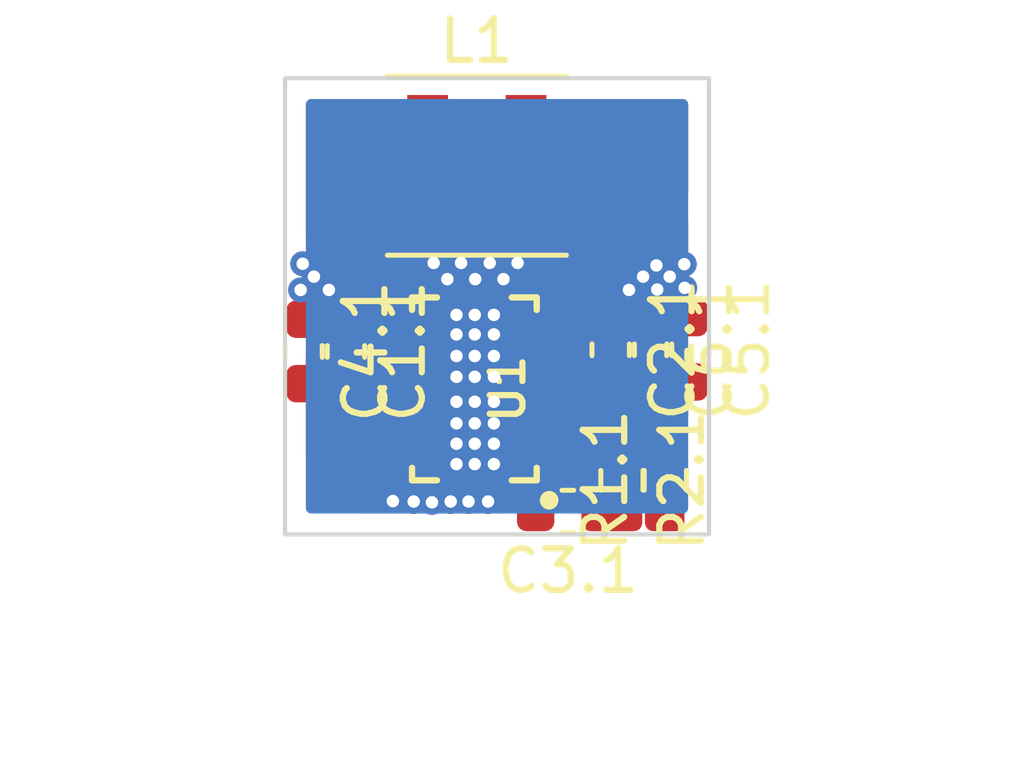
<source format=kicad_pcb>
(kicad_pcb (version 20240108) (generator "pcbnew") (generator_version "8.0")
  (layers (0 "F.Cu" signal) (31 "B.Cu" signal) (34 "B.Paste" user) (35 "F.Paste" user) (36 "B.SilkS" user "B.Silkscreen") (37 "F.SilkS" user "F.Silkscreen") (38 "B.Mask" user) (39 "F.Mask" user) (44 "Edge.Cuts" user))
  (net 0 "")
  (net 1 "GND")
  (net 2 "VIN_TPS")
  (net 3 "VOUT_TPS")
  (net 4 "Net-(L1-Pad1)")
  (net 5 "Net-(L1-Pad2)")
  (net 6 "Net-(U1-FB)")
  (net 7 "Net-(U1-VINA)")
  (footprint "Inductor_SMD:L_Coilcraft_XxL4020" (layer "F.Cu") (at 159.65 96.38)
    (property "Reference" "L1" (at 0 -3 0) (layer "F.SilkS"))
    (property "Value" "1.5uH")
    (fp_line (start -2.154 -2.154) (end 2.154 -2.154) (stroke (width 0.12)) (layer "F.SilkS"))
    (fp_line (start 2.154 2.154) (end -2.154 2.154) (stroke (width 0.12)) (layer "F.SilkS"))
    (pad "1" smd rect (at -1.185 0) (size 0.98 3.4) (layers "F.Cu" "F.Paste" "F.Mask") (net 4 "Net-(L1-Pad1)"))
    (pad "2" smd rect (at 1.185 0) (size 0.98 3.4) (layers "F.Cu" "F.Paste" "F.Mask") (net 5 "Net-(L1-Pad2)"))
  )
  (footprint "Capacitor_SMD:C_0603_1608Metric" (layer "F.Cu") (at 156.44 100.85 -90)
    (property "Reference" "C1.1" (at 0 -1.43 90) (layer "F.SilkS"))
    (property "Value" "2x10uF")
    (fp_line (start -0.14058 0.51) (end 0.14058 0.51) (stroke (width 0.12)) (layer "F.SilkS"))
    (fp_line (start -0.14058 -0.51) (end 0.14058 -0.51) (stroke (width 0.12)) (layer "F.SilkS"))
    (pad "1" smd roundrect (at -0.775 0 270) (size 0.9 0.95) (layers "F.Cu" "F.Paste" "F.Mask") (net 1 "GND"))
    (pad "2" smd roundrect (at 0.775 0 270) (size 0.9 0.95) (layers "F.Cu" "F.Paste" "F.Mask") (net 2 "VIN_TPS"))
  )
  (footprint "Resistor_SMD:R_0603_1608Metric" (layer "F.Cu") (at 164.17 103.95 90)
    (property "Reference" "R1.1" (at 0 -1.43 90) (layer "F.SilkS"))
    (property "Value" "1M")
    (fp_line (start -0.237258 -0.5225) (end 0.237258 -0.5225) (stroke (width 0.12)) (layer "F.SilkS"))
    (fp_line (start -0.237258 0.5225) (end 0.237258 0.5225) (stroke (width 0.12)) (layer "F.SilkS"))
    (pad "1" smd roundrect (at -0.825 0 90) (size 0.8 0.95) (layers "F.Cu" "F.Paste" "F.Mask") (net 3 "VOUT_TPS"))
    (pad "2" smd roundrect (at 0.825 0 90) (size 0.8 0.95) (layers "F.Cu" "F.Paste" "F.Mask") (net 6 "Net-(U1-FB)"))
  )
  (footprint "Capacitor_SMD:C_0603_1608Metric" (layer "F.Cu") (at 161.84 104.7 180)
    (property "Reference" "C3.1" (at 0 -1.43 360) (layer "F.SilkS"))
    (property "Value" "100nF")
    (fp_line (start -0.14058 0.51) (end 0.14058 0.51) (stroke (width 0.12)) (layer "F.SilkS"))
    (fp_line (start -0.14058 -0.51) (end 0.14058 -0.51) (stroke (width 0.12)) (layer "F.SilkS"))
    (pad "1" smd roundrect (at -0.775 0 180) (size 0.9 0.95) (layers "F.Cu" "F.Paste" "F.Mask") (net 1 "GND"))
    (pad "2" smd roundrect (at 0.775 0 180) (size 0.9 0.95) (layers "F.Cu" "F.Paste" "F.Mask") (net 7 "Net-(U1-VINA)"))
  )
  (footprint "Capacitor_SMD:C_0603_1608Metric" (layer "F.Cu") (at 162.93 100.81 -90)
    (property "Reference" "C2.1" (at 0 -1.43 90) (layer "F.SilkS"))
    (property "Value" "3x22uF")
    (fp_line (start -0.14058 0.51) (end 0.14058 0.51) (stroke (width 0.12)) (layer "F.SilkS"))
    (fp_line (start -0.14058 -0.51) (end 0.14058 -0.51) (stroke (width 0.12)) (layer "F.SilkS"))
    (pad "1" smd roundrect (at -0.775 0 270) (size 0.9 0.95) (layers "F.Cu" "F.Paste" "F.Mask") (net 1 "GND"))
    (pad "2" smd roundrect (at 0.775 0 270) (size 0.9 0.95) (layers "F.Cu" "F.Paste" "F.Mask") (net 3 "VOUT_TPS"))
  )
  (footprint "Resistor_SMD:R_0603_1608Metric" (layer "F.Cu") (at 163.155 103.95 -90)
    (property "Reference" "R2.1" (at 0 -1.43 90) (layer "F.SilkS"))
    (property "Value" "112k")
    (fp_line (start -0.237258 0.5225) (end 0.237258 0.5225) (stroke (width 0.12)) (layer "F.SilkS"))
    (fp_line (start -0.237258 -0.5225) (end 0.237258 -0.5225) (stroke (width 0.12)) (layer "F.SilkS"))
    (pad "1" smd roundrect (at -0.825 0 270) (size 0.8 0.95) (layers "F.Cu" "F.Paste" "F.Mask") (net 6 "Net-(U1-FB)"))
    (pad "2" smd roundrect (at 0.825 0 270) (size 0.8 0.95) (layers "F.Cu" "F.Paste" "F.Mask") (net 1 "GND"))
  )
  (footprint "TPS63020:TPS63020" (layer "F.Cu") (at 160.39 101.75 -90)
    (property "Reference" "U1" (at 0 0 90) (layer "F.SilkS") (effects (font (size 0.787402 0.787402))))
    (property "Value" "TPS63020")
    (fp_line (start -2.2 2.3) (end -2.2 1.7) (stroke (width 0.1524)) (layer "F.SilkS"))
    (fp_line (start -1.9 2.3) (end -2.2 2.3) (stroke (width 0.1524)) (layer "F.SilkS"))
    (fp_line (start 2.2 2.3) (end 1.9 2.3) (stroke (width 0.1524)) (layer "F.SilkS"))
    (fp_line (start 2.2 1.7) (end 2.2 2.3) (stroke (width 0.1524)) (layer "F.SilkS"))
    (fp_line (start -2.2 -0.1) (end -2.2 -0.7) (stroke (width 0.1524)) (layer "F.SilkS"))
    (fp_line (start -2.2 -0.7) (end -1.9 -0.7) (stroke (width 0.1524)) (layer "F.SilkS"))
    (fp_line (start 1.9 -0.7) (end 2.2 -0.7) (stroke (width 0.1524)) (layer "F.SilkS"))
    (fp_line (start 2.2 -0.7) (end 2.2 -0.1) (stroke (width 0.1524)) (layer "F.SilkS"))
    (fp_circle (center 2.68 -1) (end 2.903606 -1) (fill solid) (layer "F.SilkS"))
    (pad "PAD1" smd rect (at 2.1 0.1 270) (size 0.2 0.2) (layers "F.Cu" "F.Paste" "F.Mask") (net 1 "GND"))
    (pad "PAD2" smd rect (at 2.1 0.56 270) (size 0.2 0.2) (layers "F.Cu" "F.Paste" "F.Mask") (net 1 "GND"))
    (pad "PAD3" smd rect (at 2.1 1.02 270) (size 0.2 0.2) (layers "F.Cu" "F.Paste" "F.Mask") (net 1 "GND"))
    (pad "PAD4" smd rect (at 2.1 1.48 270) (size 0.2 0.2) (layers "F.Cu" "F.Paste" "F.Mask") (net 1 "GND"))
    (pad "PAD5" smd rect (at -2.1 1.48 270) (size 0.2 0.2) (layers "F.Cu" "F.Paste" "F.Mask") (net 1 "GND"))
    (pad "PAD6" smd rect (at -2.1 1.02 270) (size 0.2 0.2) (layers "F.Cu" "F.Paste" "F.Mask") (net 1 "GND"))
    (pad "PAD7" smd rect (at -2.1 0.56 270) (size 0.2 0.2) (layers "F.Cu" "F.Paste" "F.Mask") (net 1 "GND"))
    (pad "PAD8" smd custom (at -2.1 0.1 270) (size 0.2 0.2) (layers "F.Cu" "F.Paste" "F.Mask") (net 1 "GND") (options (clearance outline) (anchor rect)) (primitives (gr_poly (pts (xy -0.1 -0.1) (xy 4.3 -0.1) (xy 4.3 0.1) (xy 3.53 0.1) (xy 3.53 0.36) (xy 4.3 0.36) (xy 4.3 0.56) (xy 3.53 0.56) (xy 3.53 0.72) (xy 3.53 0.82) (xy 4.3 0.82) (xy 4.3 1.02) (xy 3.53 1.02) (xy 3.53 1.28) (xy 4.3 1.28) (xy 4.3 1.48) (xy -0.1 1.48) (xy -0.1 1.28) (xy 0.67 1.28) (xy 0.67 1.02) (xy -0.1 1.02) (xy -0.1 0.82) (xy 0.67 0.82) (xy 0.67 0.56) (xy -0.1 0.56) (xy -0.1 0.36) (xy 0.67 0.36) (xy 0.67 0.1) (xy -0.1 0.1)) (width 0) (fill yes))))
    (pad "PIN1" smd oval (at 1.5 -0.61 270) (size 0.24 0.6) (layers "F.Cu" "F.Paste" "F.Mask") (net 7 "Net-(U1-VINA)"))
    (pad "PIN2" smd oval (at 1 -0.61 270) (size 0.24 0.6) (layers "F.Cu" "F.Paste" "F.Mask") (net 1 "GND"))
    (pad "PIN3" smd oval (at 0.5 -0.61 270) (size 0.24 0.6) (layers "F.Cu" "F.Paste" "F.Mask") (net 6 "Net-(U1-FB)"))
    (pad "PIN4" smd oval (at 0 -0.61 270) (size 0.24 0.6) (layers "F.Cu" "F.Paste" "F.Mask") (net 3 "VOUT_TPS"))
    (pad "PIN5" smd oval (at -0.5 -0.61 270) (size 0.24 0.6) (layers "F.Cu" "F.Paste" "F.Mask") (net 3 "VOUT_TPS"))
    (pad "PIN6" smd oval (at -1 -0.61 270) (size 0.24 0.6) (layers "F.Cu" "F.Paste" "F.Mask") (net 5 "Net-(L1-Pad2)"))
    (pad "PIN7" smd oval (at -1.5 -0.61 270) (size 0.24 0.6) (layers "F.Cu" "F.Paste" "F.Mask") (net 5 "Net-(L1-Pad2)"))
    (pad "PIN8" smd oval (at -1.5 2.19 270) (size 0.24 0.6) (layers "F.Cu" "F.Paste" "F.Mask") (net 4 "Net-(L1-Pad1)"))
    (pad "PIN9" smd oval (at -1 2.19 270) (size 0.24 0.6) (layers "F.Cu" "F.Paste" "F.Mask") (net 4 "Net-(L1-Pad1)"))
    (pad "PIN10" smd oval (at -0.5 2.19 270) (size 0.24 0.6) (layers "F.Cu" "F.Paste" "F.Mask") (net 2 "VIN_TPS"))
    (pad "PIN11" smd oval (at 0 2.19 270) (size 0.24 0.6) (layers "F.Cu" "F.Paste" "F.Mask") (net 2 "VIN_TPS"))
    (pad "PIN12" smd oval (at 0.5 2.19 270) (size 0.24 0.6) (layers "F.Cu" "F.Paste" "F.Mask") (net 2 "VIN_TPS"))
    (pad "PIN13" smd oval (at 1 2.19 270) (size 0.24 0.6) (layers "F.Cu" "F.Paste" "F.Mask") (net 1 "GND"))
    (pad "PIN14" smd oval (at 1.5 2.19 270) (size 0.24 0.6) (layers "F.Cu" "F.Paste" "F.Mask"))
  )
  (footprint "Capacitor_SMD:C_0603_1608Metric" (layer "F.Cu") (at 163.83 100.81 -90)
    (property "Reference" "C6.1" (at 0 -1.43 90) (layer "F.SilkS"))
    (property "Value" "3x22uF")
    (fp_line (start -0.14058 0.51) (end 0.14058 0.51) (stroke (width 0.12)) (layer "F.SilkS"))
    (fp_line (start -0.14058 -0.51) (end 0.14058 -0.51) (stroke (width 0.12)) (layer "F.SilkS"))
    (pad "1" smd roundrect (at -0.775 0 270) (size 0.9 0.95) (layers "F.Cu" "F.Paste" "F.Mask") (net 1 "GND"))
    (pad "2" smd roundrect (at 0.775 0 270) (size 0.9 0.95) (layers "F.Cu" "F.Paste" "F.Mask") (net 3 "VOUT_TPS"))
  )
  (footprint "Capacitor_SMD:C_0603_1608Metric" (layer "F.Cu") (at 155.54 100.85 -90)
    (property "Reference" "C4.1" (at 0 -1.43 90) (layer "F.SilkS"))
    (property "Value" "2x10uF")
    (fp_line (start -0.14058 0.51) (end 0.14058 0.51) (stroke (width 0.12)) (layer "F.SilkS"))
    (fp_line (start -0.14058 -0.51) (end 0.14058 -0.51) (stroke (width 0.12)) (layer "F.SilkS"))
    (pad "1" smd roundrect (at -0.775 0 270) (size 0.9 0.95) (layers "F.Cu" "F.Paste" "F.Mask") (net 1 "GND"))
    (pad "2" smd roundrect (at 0.775 0 270) (size 0.9 0.95) (layers "F.Cu" "F.Paste" "F.Mask") (net 2 "VIN_TPS"))
  )
  (footprint "Capacitor_SMD:C_0603_1608Metric" (layer "F.Cu") (at 164.73 100.81 -90)
    (property "Reference" "C5.1" (at 0 -1.43 90) (layer "F.SilkS"))
    (property "Value" "3x22uF")
    (fp_line (start -0.14058 0.51) (end 0.14058 0.51) (stroke (width 0.12)) (layer "F.SilkS"))
    (fp_line (start -0.14058 -0.51) (end 0.14058 -0.51) (stroke (width 0.12)) (layer "F.SilkS"))
    (pad "1" smd roundrect (at -0.775 0 270) (size 0.9 0.95) (layers "F.Cu" "F.Paste" "F.Mask") (net 1 "GND"))
    (pad "2" smd roundrect (at 0.775 0 270) (size 0.9 0.95) (layers "F.Cu" "F.Paste" "F.Mask") (net 3 "VOUT_TPS"))
  )
  (gr_rect (start 155.035 94.275) (end 165.235 105.25) (stroke (width 0.1)) (fill none) (layer "Edge.Cuts"))
  (segment (start 161.71 102.75) (end 162.19 103.23) (width 0.2) (layer "F.Cu") (net 1))
  (segment (start 158.99 102.75) (end 159.16 102.58) (width 0.2) (layer "F.Cu") (net 1))
  (segment (start 160.9 102.75) (end 161.71 102.75) (width 0.2) (layer "F.Cu") (net 1))
  (segment (start 158.2 102.75) (end 158.99 102.75) (width 0.3) (layer "F.Cu") (net 1))
  (segment (start 161 102.75) (end 160.26 102.75) (width 0.2) (layer "F.Cu") (net 1))
  (via (at 163.31 99.37) (size 0.6) (drill 0.3) (layers "F.Cu" "B.Cu") (net 1))
  (via (at 159.6 99.97) (size 0.6) (drill 0.3) (layers "F.Cu" "B.Cu") (net 1))
  (via (at 164.65 99.32) (size 0.6) (drill 0.3) (layers "F.Cu" "B.Cu") (net 1))
  (via (at 159.16 102.06) (size 0.6) (drill 0.3) (layers "F.Cu" "B.Cu") (net 1))
  (via (at 155.73 99.05) (size 0.6) (drill 0.3) (layers "F.Cu" "B.Cu") (net 1))
  (via (at 159.6 100.96) (size 0.6) (drill 0.3) (layers "F.Cu" "B.Cu") (net 1))
  (via (at 157.63 104.45) (size 0.6) (drill 0.3) (layers "F.Cu" "B.Cu") (net 1))
  (via (at 159.16 103.07) (size 0.6) (drill 0.3) (layers "F.Cu" "B.Cu") (net 1))
  (via (at 160.06 101.46) (size 0.6) (drill 0.3) (layers "F.Cu" "B.Cu") (net 1))
  (via (at 159.6 100.44) (size 0.6) (drill 0.3) (layers "F.Cu" "B.Cu") (net 1))
  (via (at 160.06 100.44) (size 0.6) (drill 0.3) (layers "F.Cu" "B.Cu") (net 1))
  (via (at 159.16 99.97) (size 0.6) (drill 0.3) (layers "F.Cu" "B.Cu") (net 1))
  (via (at 159.6 102.58) (size 0.6) (drill 0.3) (layers "F.Cu" "B.Cu") (net 1))
  (via (at 158.94 99.11) (size 0.6) (drill 0.3) (layers "F.Cu" "B.Cu") (net 1))
  (via (at 160.06 102.58) (size 0.6) (drill 0.3) (layers "F.Cu" "B.Cu") (net 1))
  (via (at 156.09 99.37) (size 0.6) (drill 0.3) (layers "F.Cu" "B.Cu") (net 1))
  (via (at 159.6 103.56) (size 0.6) (drill 0.3) (layers "F.Cu" "B.Cu") (net 1))
  (via (at 159.6 101.46) (size 0.6) (drill 0.3) (layers "F.Cu" "B.Cu") (net 1))
  (via (at 160.06 102.06) (size 0.6) (drill 0.3) (layers "F.Cu" "B.Cu") (net 1))
  (via (at 164.64 98.75) (size 0.6) (drill 0.3) (layers "F.Cu" "B.Cu") (net 1))
  (via (at 159.16 103.56) (size 0.6) (drill 0.3) (layers "F.Cu" "B.Cu") (net 1))
  (via (at 163.99 99.36) (size 0.6) (drill 0.3) (layers "F.Cu" "B.Cu") (net 1))
  (via (at 159.27 98.72) (size 0.6) (drill 0.3) (layers "F.Cu" "B.Cu") (net 1))
  (via (at 159.61 99.11) (size 0.6) (drill 0.3) (layers "F.Cu" "B.Cu") (net 1))
  (via (at 159.45 104.46) (size 0.6) (drill 0.3) (layers "F.Cu" "B.Cu") (net 1))
  (via (at 160.06 100.96) (size 0.6) (drill 0.3) (layers "F.Cu" "B.Cu") (net 1))
  (via (at 160.06 99.97) (size 0.6) (drill 0.3) (layers "F.Cu" "B.Cu") (net 1))
  (via (at 159.96 98.72) (size 0.6) (drill 0.3) (layers "F.Cu" "B.Cu") (net 1))
  (via (at 159.16 101.46) (size 0.6) (drill 0.3) (layers "F.Cu" "B.Cu") (net 1))
  (via (at 159.16 100.96) (size 0.6) (drill 0.3) (layers "F.Cu" "B.Cu") (net 1))
  (via (at 155.41 99.37) (size 0.6) (drill 0.3) (layers "F.Cu" "B.Cu") (net 1))
  (via (at 159.6 102.06) (size 0.6) (drill 0.3) (layers "F.Cu" "B.Cu") (net 1))
  (via (at 159.92 104.46) (size 0.6) (drill 0.3) (layers "F.Cu" "B.Cu") (net 1))
  (via (at 158.57 104.48) (size 0.6) (drill 0.3) (layers "F.Cu" "B.Cu") (net 1))
  (via (at 160.63 98.72) (size 0.6) (drill 0.3) (layers "F.Cu" "B.Cu") (net 1))
  (via (at 159.6 103.07) (size 0.6) (drill 0.3) (layers "F.Cu" "B.Cu") (net 1))
  (via (at 163.65 99.05) (size 0.6) (drill 0.3) (layers "F.Cu" "B.Cu") (net 1))
  (via (at 158.13 104.46) (size 0.6) (drill 0.3) (layers "F.Cu" "B.Cu") (net 1))
  (via (at 159.02 104.46) (size 0.6) (drill 0.3) (layers "F.Cu" "B.Cu") (net 1))
  (via (at 164.29 99.05) (size 0.6) (drill 0.3) (layers "F.Cu" "B.Cu") (net 1))
  (via (at 160.29 99.11) (size 0.6) (drill 0.3) (layers "F.Cu" "B.Cu") (net 1))
  (via (at 158.61 98.72) (size 0.6) (drill 0.3) (layers "F.Cu" "B.Cu") (net 1))
  (via (at 155.46 98.74) (size 0.6) (drill 0.3) (layers "F.Cu" "B.Cu") (net 1))
  (via (at 160.06 103.07) (size 0.6) (drill 0.3) (layers "F.Cu" "B.Cu") (net 1))
  (via (at 163.97 98.78) (size 0.6) (drill 0.3) (layers "F.Cu" "B.Cu") (net 1))
  (via (at 160.06 103.56) (size 0.6) (drill 0.3) (layers "F.Cu" "B.Cu") (net 1))
  (via (at 159.16 102.58) (size 0.6) (drill 0.3) (layers "F.Cu" "B.Cu") (net 1))
  (via (at 159.16 100.44) (size 0.6) (drill 0.3) (layers "F.Cu" "B.Cu") (net 1))
  (segment (start 158.2 102.25) (end 158.2 101.25) (width 0.4) (layer "F.Cu") (net 2))
  (segment (start 160.9 102.25) (end 162.23 102.25) (width 0.2) (layer "F.Cu") (net 6))
  (segment (start 162.23 102.25) (end 163.15 103.17) (width 0.2) (layer "F.Cu") (net 6))
  (segment (start 163.155 103.125) (end 164.17 103.125) (width 0.8) (layer "F.Cu") (net 6))
  (segment (start 161 103.25) (end 161 104.635) (width 0.3) (layer "F.Cu") (net 7))
  (zone (net 1) (net_name "GND") (layer "F.Cu") (priority 6) (connect_pads yes (clearance 0.1)) (min_thickness 0.25) (fill yes (thermal_gap 0.1) (thermal_bridge_width 0.5))
    (polygon (pts (xy 158 98.39) (xy 161.25 98.39) (xy 161.25 98.575) (xy 160.35 99.475) (xy 160.35 100.345) (xy 158.85 100.345) (xy 158.85 99.45) (xy 158 98.6)))
  )
  (zone (net 4) (net_name "Net-(L1-Pad1)") (layer "F.Cu") (priority 2) (connect_pads yes (clearance 0.1)) (min_thickness 0.25) (fill yes (thermal_gap 0.1) (thermal_bridge_width 0.5))
    (polygon (pts (xy 159.01 94.62) (xy 159.01 98.15) (xy 157.775 98.15) (xy 157.775 98.7) (xy 158.5 99.425) (xy 158.5 100.9) (xy 157.425 100.9) (xy 157.175 100.65) (xy 157.175 99.7) (xy 155.09 97.62) (xy 155.07 94.62)))
  )
  (zone (net 1) (net_name "GND") (layer "F.Cu") (connect_pads yes (clearance 0.1)) (min_thickness 0.25) (fill yes (thermal_gap 0.1) (thermal_bridge_width 0.5))
    (polygon (pts (xy 165.2 96.97) (xy 162.225 99.95) (xy 162.225 100.525) (xy 165.21 100.51)))
  )
  (zone (net 1) (net_name "GND") (layer "F.Cu") (priority 5) (connect_pads yes (clearance 0.1)) (min_thickness 0.25) (fill yes (thermal_gap 0.1) (thermal_bridge_width 0.5))
    (polygon (pts (xy 164.705 104.125) (xy 164.605 104.025) (xy 163.155 104.025) (xy 161.84 102.89) (xy 161.84 105.34) (xy 162.155 105.475) (xy 164.58 105.475) (xy 164.705 105.35)))
  )
  (zone (net 3) (net_name "VOUT_TPS") (layer "F.Cu") (priority 1) (connect_pads yes (clearance 0.1)) (min_thickness 0.25) (fill yes (thermal_gap 0.1) (thermal_bridge_width 0.5))
    (polygon (pts (xy 165.215 100.79) (xy 162.2 100.8) (xy 161.9 101.1) (xy 160.65 101.1) (xy 160.65 101.875) (xy 162.425 101.875) (xy 163.1 102.55) (xy 164.53 102.54) (xy 164.525 105.22) (xy 165.21 105.21)))
  )
  (zone (net 1) (net_name "GND") (layer "F.Cu") (connect_pads yes (clearance 0.1)) (min_thickness 0.25) (fill yes (thermal_gap 0.1) (thermal_bridge_width 0.5))
    (polygon (pts (xy 155.07 97.92) (xy 156.975 99.825) (xy 156.975 100.525) (xy 155.07 100.525)))
  )
  (zone (net 5) (net_name "Net-(L1-Pad2)") (layer "F.Cu") (priority 2) (connect_pads yes (clearance 0.1)) (min_thickness 0.25) (fill yes (thermal_gap 0.1) (thermal_bridge_width 0.5))
    (polygon (pts (xy 160.275 94.6) (xy 160.275 98.15) (xy 161.55 98.15) (xy 161.55 98.6) (xy 160.725 99.425) (xy 160.725 100.9) (xy 161.75 100.9) (xy 162.025 100.625) (xy 162.025 99.825) (xy 165.225 96.6) (xy 165.225 94.6)))
  )
  (zone (net 1) (net_name "GND") (layer "F.Cu") (priority 4) (connect_pads yes (clearance 0.1)) (min_thickness 0.25) (fill yes (thermal_gap 0.1) (thermal_bridge_width 0.5))
    (polygon (pts (xy 156.13 105.23) (xy 157.7 103.65) (xy 160.35 103.65) (xy 160.35 105.22)))
  )
  (zone (net 2) (net_name "VIN_TPS") (layer "F.Cu") (priority 1) (connect_pads yes (clearance 0.1)) (min_thickness 0.25) (fill yes (thermal_gap 0.1) (thermal_bridge_width 0.5))
    (polygon (pts (xy 155.08 100.79) (xy 156.925 100.75) (xy 157.275 101.1) (xy 158.525 101.1) (xy 158.525 102.395) (xy 156.79 102.4) (xy 155.08 104.11)))
  )
  (zone (net 1) (net_name "GND") (layer "B.Cu") (priority 3) (connect_pads yes (clearance 0.1)) (min_thickness 0.25) (fill yes (thermal_gap 0.1) (thermal_bridge_width 0.5))
    (polygon (pts (xy 152.82 93.36) (xy 168.07 93.42) (xy 168.2 107.52) (xy 152.81 107.49)))
  )
)
</source>
